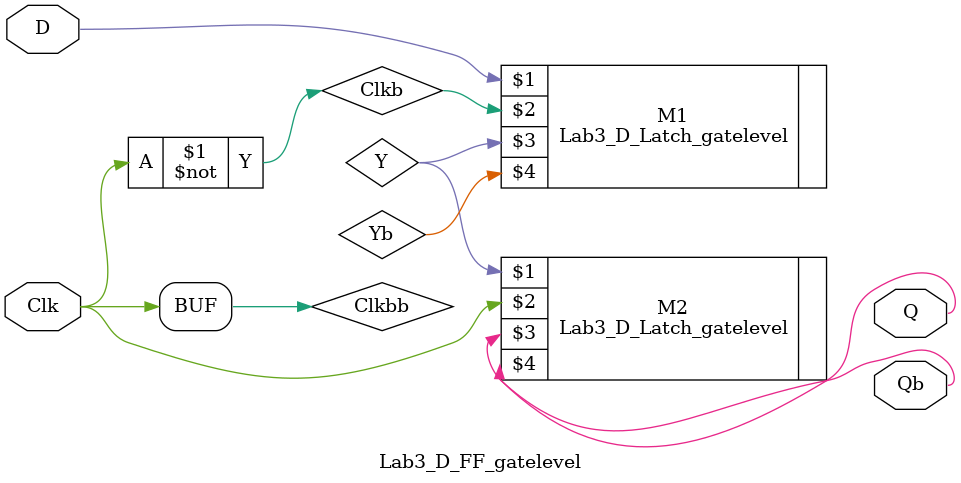
<source format=v>
`timescale 1ns / 1ns
module Lab3_D_FF_gatelevel(
    input D,
    input Clk,
    output Q,
    output Qb
);
    wire Clkb;
    wire Clkbb;
    wire Y;
    wire Yb;
    
    not #1 (Clkb, Clk);
    not #1 (Clkbb, Clkb);
    Lab3_D_Latch_gatelevel M1(D, Clkb, Y, Yb);
    Lab3_D_Latch_gatelevel M2(Y, Clkbb, Q, Qb);
endmodule

</source>
